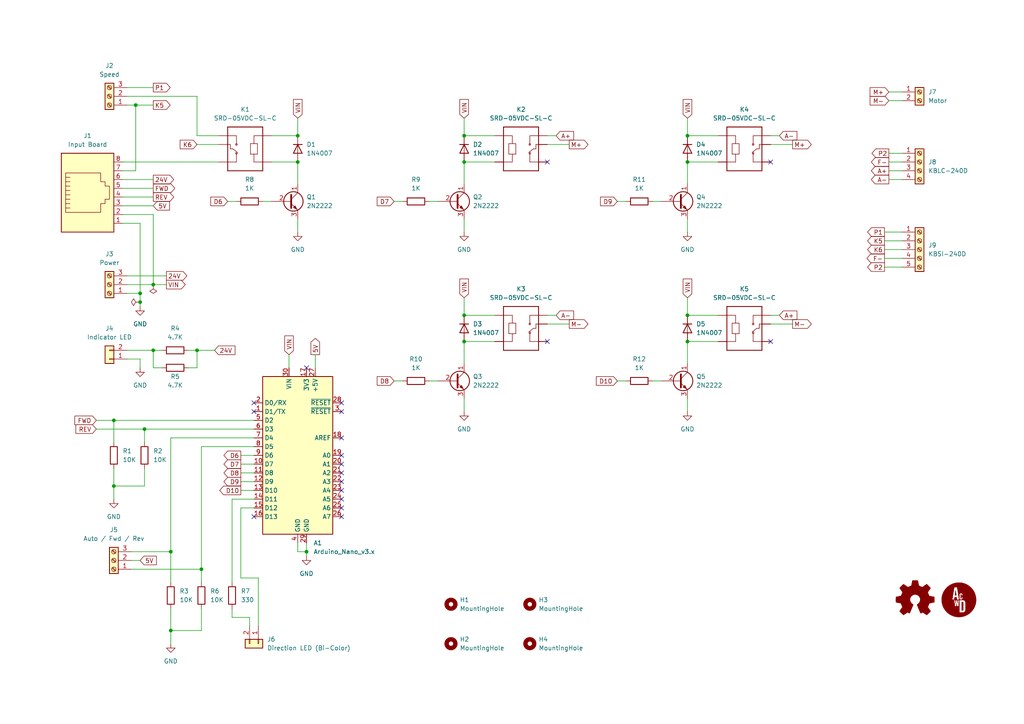
<source format=kicad_sch>
(kicad_sch (version 20211123) (generator eeschema)
  (paper "A4")
  (title_block (title "Sherline CNC Conversion - Motor Board") (date "2021-11-29") (rev "A") (company "A.C. Wright Design"))
  (lib_symbols
    (symbol "A.C. Wright Logo:LOGO" (pin_names (offset 1.016)))
    (symbol "Connector:RJ45" (pin_names (offset 1.016))
      (property "Reference" "J" (at -5.08 13.97 0))
      (property "Value" "RJ45" (at 2.54 13.97 0))
      (symbol "RJ45_1_1"
        (pin passive line (at 10.16 -7.62 180) (length 2.54) (name "~") (number "1"))
        (pin passive line (at 10.16 -5.08 180) (length 2.54) (name "~") (number "2"))
        (pin passive line (at 10.16 -2.54 180) (length 2.54) (name "~") (number "3"))
        (pin passive line (at 10.16 0 180) (length 2.54) (name "~") (number "4"))
        (pin passive line (at 10.16 2.54 180) (length 2.54) (name "~") (number "5"))
        (pin passive line (at 10.16 5.08 180) (length 2.54) (name "~") (number "6"))
        (pin passive line (at 10.16 7.62 180) (length 2.54) (name "~") (number "7"))
        (pin passive line (at 10.16 10.16 180) (length 2.54) (name "~") (number "8"))
      )
    )
    (symbol "Connector:Screw_Terminal_01x02" (pin_names (offset 1.016) hide)
      (property "Reference" "J" (at 0 2.54 0))
      (property "Value" "Screw_Terminal_01x02" (at 0 -5.08 0))
      (symbol "Screw_Terminal_01x02_1_1"
        (pin passive line (at -5.08 0 0) (length 3.81) (name "Pin_1") (number "1"))
        (pin passive line (at -5.08 -2.54 0) (length 3.81) (name "Pin_2") (number "2"))
      )
    )
    (symbol "Connector:Screw_Terminal_01x03" (pin_names (offset 1.016) hide)
      (property "Reference" "J" (at 0 5.08 0))
      (property "Value" "Screw_Terminal_01x03" (at 0 -5.08 0))
      (symbol "Screw_Terminal_01x03_1_1"
        (pin passive line (at -5.08 2.54 0) (length 3.81) (name "Pin_1") (number "1"))
        (pin passive line (at -5.08 0 0) (length 3.81) (name "Pin_2") (number "2"))
        (pin passive line (at -5.08 -2.54 0) (length 3.81) (name "Pin_3") (number "3"))
      )
    )
    (symbol "Connector:Screw_Terminal_01x04" (pin_names (offset 1.016) hide)
      (property "Reference" "J" (at 0 5.08 0))
      (property "Value" "Screw_Terminal_01x04" (at 0 -7.62 0))
      (symbol "Screw_Terminal_01x04_1_1"
        (pin passive line (at -5.08 2.54 0) (length 3.81) (name "Pin_1") (number "1"))
        (pin passive line (at -5.08 0 0) (length 3.81) (name "Pin_2") (number "2"))
        (pin passive line (at -5.08 -2.54 0) (length 3.81) (name "Pin_3") (number "3"))
        (pin passive line (at -5.08 -5.08 0) (length 3.81) (name "Pin_4") (number "4"))
      )
    )
    (symbol "Connector:Screw_Terminal_01x05" (pin_names (offset 1.016) hide)
      (property "Reference" "J" (at 0 7.62 0))
      (property "Value" "Screw_Terminal_01x05" (at 0 -7.62 0))
      (symbol "Screw_Terminal_01x05_1_1"
        (pin passive line (at -5.08 5.08 0) (length 3.81) (name "Pin_1") (number "1"))
        (pin passive line (at -5.08 2.54 0) (length 3.81) (name "Pin_2") (number "2"))
        (pin passive line (at -5.08 0 0) (length 3.81) (name "Pin_3") (number "3"))
        (pin passive line (at -5.08 -2.54 0) (length 3.81) (name "Pin_4") (number "4"))
        (pin passive line (at -5.08 -5.08 0) (length 3.81) (name "Pin_5") (number "5"))
      )
    )
    (symbol "Connector_Generic:Conn_01x02" (pin_names (offset 1.016) hide)
      (property "Reference" "J" (at 0 2.54 0))
      (property "Value" "Conn_01x02" (at 0 -5.08 0))
      (symbol "Conn_01x02_1_1"
        (pin passive line (at -5.08 0 0) (length 3.81) (name "Pin_1") (number "1"))
        (pin passive line (at -5.08 -2.54 0) (length 3.81) (name "Pin_2") (number "2"))
      )
    )
    (symbol "Device:Q_NPN_CBE" (pin_names (offset 0) hide)
      (property "Reference" "Q" (at 5.08 1.27 0))
      (property "Value" "Q_NPN_CBE" (at 5.08 -1.27 0))
      (symbol "Q_NPN_CBE_1_1"
        (pin passive line (at 2.54 5.08 270) (length 2.54) (name "C") (number "1"))
        (pin input line (at -5.08 0 0) (length 5.715) (name "B") (number "2"))
        (pin passive line (at 2.54 -5.08 90) (length 2.54) (name "E") (number "3"))
      )
    )
    (symbol "Device:R" (pin_numbers hide) (pin_names (offset 0))
      (property "Reference" "R" (at 2.032 0 90))
      (property "Value" "R" (at 0 0 90))
      (symbol "R_1_1"
        (pin passive line (at 0 3.81 270) (length 1.27) (name "~") (number "1"))
        (pin passive line (at 0 -3.81 90) (length 1.27) (name "~") (number "2"))
      )
    )
    (symbol "Diode:1N4007" (pin_numbers hide) (pin_names (offset 1.016) hide)
      (property "Reference" "D" (at 0 2.54 0))
      (property "Value" "1N4007" (at 0 -2.54 0))
      (symbol "1N4007_1_1"
        (pin passive line (at -3.81 0 0) (length 2.54) (name "K") (number "1"))
        (pin passive line (at 3.81 0 180) (length 2.54) (name "A") (number "2"))
      )
    )
    (symbol "Graphic:Logo_Open_Hardware_Small" (pin_names (offset 1.016)))
    (symbol "MCU_Module:Arduino_Nano_v3.x"
      (property "Reference" "A" (at -10.16 23.495 0))
      (property "Value" "Arduino_Nano_v3.x" (at 5.08 -24.13 0))
      (symbol "Arduino_Nano_v3.x_1_1"
        (pin bidirectional line (at -12.7 12.7 0) (length 2.54) (name "D1/TX") (number "1"))
        (pin bidirectional line (at -12.7 -2.54 0) (length 2.54) (name "D7") (number "10"))
        (pin bidirectional line (at -12.7 -5.08 0) (length 2.54) (name "D8") (number "11"))
        (pin bidirectional line (at -12.7 -7.62 0) (length 2.54) (name "D9") (number "12"))
        (pin bidirectional line (at -12.7 -10.16 0) (length 2.54) (name "D10") (number "13"))
        (pin bidirectional line (at -12.7 -12.7 0) (length 2.54) (name "D11") (number "14"))
        (pin bidirectional line (at -12.7 -15.24 0) (length 2.54) (name "D12") (number "15"))
        (pin bidirectional line (at -12.7 -17.78 0) (length 2.54) (name "D13") (number "16"))
        (pin power_out line (at 2.54 25.4 270) (length 2.54) (name "3V3") (number "17"))
        (pin input line (at 12.7 5.08 180) (length 2.54) (name "AREF") (number "18"))
        (pin bidirectional line (at 12.7 0 180) (length 2.54) (name "A0") (number "19"))
        (pin bidirectional line (at -12.7 15.24 0) (length 2.54) (name "D0/RX") (number "2"))
        (pin bidirectional line (at 12.7 -2.54 180) (length 2.54) (name "A1") (number "20"))
        (pin bidirectional line (at 12.7 -5.08 180) (length 2.54) (name "A2") (number "21"))
        (pin bidirectional line (at 12.7 -7.62 180) (length 2.54) (name "A3") (number "22"))
        (pin bidirectional line (at 12.7 -10.16 180) (length 2.54) (name "A4") (number "23"))
        (pin bidirectional line (at 12.7 -12.7 180) (length 2.54) (name "A5") (number "24"))
        (pin bidirectional line (at 12.7 -15.24 180) (length 2.54) (name "A6") (number "25"))
        (pin bidirectional line (at 12.7 -17.78 180) (length 2.54) (name "A7") (number "26"))
        (pin power_out line (at 5.08 25.4 270) (length 2.54) (name "+5V") (number "27"))
        (pin input line (at 12.7 15.24 180) (length 2.54) (name "~{RESET}") (number "28"))
        (pin power_in line (at 2.54 -25.4 90) (length 2.54) (name "GND") (number "29"))
        (pin input line (at 12.7 12.7 180) (length 2.54) (name "~{RESET}") (number "3"))
        (pin power_in line (at -2.54 25.4 270) (length 2.54) (name "VIN") (number "30"))
        (pin power_in line (at 0 -25.4 90) (length 2.54) (name "GND") (number "4"))
        (pin bidirectional line (at -12.7 10.16 0) (length 2.54) (name "D2") (number "5"))
        (pin bidirectional line (at -12.7 7.62 0) (length 2.54) (name "D3") (number "6"))
        (pin bidirectional line (at -12.7 5.08 0) (length 2.54) (name "D4") (number "7"))
        (pin bidirectional line (at -12.7 2.54 0) (length 2.54) (name "D5") (number "8"))
        (pin bidirectional line (at -12.7 0 0) (length 2.54) (name "D6") (number "9"))
      )
    )
    (symbol "Mechanical:MountingHole" (pin_names (offset 1.016))
      (property "Reference" "H" (at 0 5.08 0))
      (property "Value" "MountingHole" (at 0 3.175 0))
    )
    (symbol "SRD05VDC-SL-C:SRD-05VDC-SL-C" (pin_numbers hide) (pin_names (offset 1.016) hide)
      (property "Reference" "K" (at -5.08 5.842 0))
      (property "Value" "SRD-05VDC-SL-C" (at -5.08 -10.16 0))
      (symbol "SRD-05VDC-SL-C_0_0"
        (pin passive line (at -7.62 2.54 0) (length 2.54) (name "~") (number "A1"))
        (pin passive line (at -7.62 -5.08 0) (length 2.54) (name "~") (number "A2"))
        (pin passive line (at 7.62 0 180) (length 2.54) (name "~") (number "COM"))
        (pin passive line (at 7.62 -5.08 180) (length 2.54) (name "~") (number "NC"))
        (pin passive line (at 7.62 2.54 180) (length 2.54) (name "~") (number "NO"))
      )
    )
    (symbol "power:GND" (power) (pin_names (offset 0))
      (property "Value" "GND" (at 0 -3.81 0))
      (symbol "GND_1_1"
        (pin power_in line (at 0 0 270) (length 0) hide (name "GND") (number "1"))
      )
    )
    (symbol "power:PWR_FLAG" (power) (pin_numbers hide) (pin_names (offset 0) hide)
      (property "Value" "PWR_FLAG" (at 0 3.81 0))
      (symbol "PWR_FLAG_0_0"
        (pin power_out line (at 0 0 90) (length 0) (name "pwr") (number "1"))
      )
    )
  )
  (junction (at 40.64 85.09))
  (junction (at 33.02 140.97))
  (junction (at 199.39 99.06))
  (junction (at 134.62 39.37))
  (junction (at 39.37 30.48))
  (junction (at 49.53 160.02))
  (junction (at 41.91 124.46))
  (junction (at 199.39 91.44))
  (junction (at 44.45 82.55))
  (junction (at 134.62 46.99))
  (junction (at 199.39 46.99))
  (junction (at 199.39 39.37))
  (junction (at 134.62 99.06))
  (junction (at 40.64 87.63))
  (junction (at 44.45 101.6))
  (junction (at 57.15 101.6))
  (junction (at 49.53 182.88))
  (junction (at 134.62 91.44))
  (junction (at 88.9 160.02))
  (junction (at 86.36 46.99))
  (junction (at 33.02 121.92))
  (junction (at 58.42 165.1))
  (junction (at 86.36 39.37))
  (no_connect (at 158.75 99.06))
  (no_connect (at 158.75 46.99))
  (no_connect (at 223.52 99.06))
  (no_connect (at 223.52 46.99))
  (no_connect (at 73.66 149.86))
  (no_connect (at 99.06 147.32))
  (no_connect (at 99.06 139.7))
  (no_connect (at 99.06 144.78))
  (no_connect (at 99.06 137.16))
  (no_connect (at 99.06 142.24))
  (no_connect (at 88.9 106.68))
  (no_connect (at 73.66 116.84))
  (no_connect (at 73.66 119.38))
  (no_connect (at 99.06 116.84))
  (no_connect (at 99.06 149.86))
  (no_connect (at 99.06 119.38))
  (no_connect (at 99.06 134.62))
  (no_connect (at 99.06 127))
  (no_connect (at 99.06 132.08))
  (wire (pts (xy 67.31 179.07) (xy 72.39 179.07)))
  (wire (pts (xy 78.74 39.37) (xy 86.36 39.37)))
  (wire (pts (xy 134.62 34.29) (xy 134.62 39.37)))
  (wire (pts (xy 27.94 121.92) (xy 33.02 121.92)))
  (wire (pts (xy 69.85 139.7) (xy 73.66 139.7)))
  (wire (pts (xy 49.53 182.88) (xy 49.53 186.69)))
  (wire (pts (xy 57.15 27.94) (xy 57.15 39.37)))
  (wire (pts (xy 69.85 134.62) (xy 73.66 134.62)))
  (wire (pts (xy 49.53 127) (xy 73.66 127)))
  (wire (pts (xy 134.62 46.99) (xy 134.62 53.34)))
  (wire (pts (xy 57.15 106.68) (xy 57.15 101.6)))
  (wire (pts (xy 86.36 34.29) (xy 86.36 39.37)))
  (wire (pts (xy 134.62 63.5) (xy 134.62 67.31)))
  (wire (pts (xy 73.66 129.54) (xy 58.42 129.54)))
  (wire (pts (xy 257.81 49.53) (xy 261.62 49.53)))
  (wire (pts (xy 35.56 64.77) (xy 40.64 64.77)))
  (wire (pts (xy 189.23 110.49) (xy 191.77 110.49)))
  (wire (pts (xy 199.39 63.5) (xy 199.39 67.31)))
  (wire (pts (xy 91.44 102.87) (xy 91.44 106.68)))
  (wire (pts (xy 33.02 140.97) (xy 33.02 144.78)))
  (wire (pts (xy 86.36 46.99) (xy 86.36 53.34)))
  (wire (pts (xy 36.83 80.01) (xy 48.26 80.01)))
  (wire (pts (xy 124.46 58.42) (xy 127 58.42)))
  (wire (pts (xy 35.56 52.07) (xy 44.45 52.07)))
  (wire (pts (xy 76.2 58.42) (xy 78.74 58.42)))
  (wire (pts (xy 74.93 167.64) (xy 69.85 167.64)))
  (wire (pts (xy 69.85 142.24) (xy 73.66 142.24)))
  (wire (pts (xy 49.53 182.88) (xy 49.53 176.53)))
  (wire (pts (xy 88.9 160.02) (xy 88.9 161.29)))
  (wire (pts (xy 199.39 99.06) (xy 208.28 99.06)))
  (wire (pts (xy 256.54 74.93) (xy 261.62 74.93)))
  (wire (pts (xy 69.85 167.64) (xy 69.85 147.32)))
  (wire (pts (xy 35.56 49.53) (xy 39.37 49.53)))
  (wire (pts (xy 33.02 121.92) (xy 33.02 128.27)))
  (wire (pts (xy 57.15 41.91) (xy 63.5 41.91)))
  (wire (pts (xy 36.83 82.55) (xy 44.45 82.55)))
  (wire (pts (xy 41.91 124.46) (xy 73.66 124.46)))
  (wire (pts (xy 66.04 58.42) (xy 68.58 58.42)))
  (wire (pts (xy 69.85 147.32) (xy 73.66 147.32)))
  (wire (pts (xy 40.64 104.14) (xy 40.64 106.68)))
  (wire (pts (xy 36.83 27.94) (xy 57.15 27.94)))
  (wire (pts (xy 58.42 176.53) (xy 58.42 182.88)))
  (wire (pts (xy 124.46 110.49) (xy 127 110.49)))
  (wire (pts (xy 134.62 39.37) (xy 143.51 39.37)))
  (wire (pts (xy 86.36 63.5) (xy 86.36 67.31)))
  (wire (pts (xy 41.91 124.46) (xy 41.91 128.27)))
  (wire (pts (xy 223.52 91.44) (xy 226.06 91.44)))
  (wire (pts (xy 35.56 59.69) (xy 44.45 59.69)))
  (wire (pts (xy 58.42 165.1) (xy 58.42 168.91)))
  (wire (pts (xy 86.36 160.02) (xy 88.9 160.02)))
  (wire (pts (xy 38.1 160.02) (xy 49.53 160.02)))
  (wire (pts (xy 58.42 129.54) (xy 58.42 165.1)))
  (wire (pts (xy 44.45 82.55) (xy 44.45 62.23)))
  (wire (pts (xy 199.39 91.44) (xy 208.28 91.44)))
  (wire (pts (xy 57.15 39.37) (xy 63.5 39.37)))
  (wire (pts (xy 223.52 41.91) (xy 229.87 41.91)))
  (wire (pts (xy 257.81 26.67) (xy 261.62 26.67)))
  (wire (pts (xy 257.81 44.45) (xy 261.62 44.45)))
  (wire (pts (xy 158.75 91.44) (xy 161.29 91.44)))
  (wire (pts (xy 54.61 101.6) (xy 57.15 101.6)))
  (wire (pts (xy 86.36 157.48) (xy 86.36 160.02)))
  (wire (pts (xy 38.1 165.1) (xy 58.42 165.1)))
  (wire (pts (xy 69.85 137.16) (xy 73.66 137.16)))
  (wire (pts (xy 40.64 87.63) (xy 40.64 88.9)))
  (wire (pts (xy 257.81 52.07) (xy 261.62 52.07)))
  (wire (pts (xy 72.39 179.07) (xy 72.39 181.61)))
  (wire (pts (xy 199.39 115.57) (xy 199.39 119.38)))
  (wire (pts (xy 134.62 91.44) (xy 143.51 91.44)))
  (wire (pts (xy 199.39 99.06) (xy 199.39 105.41)))
  (wire (pts (xy 41.91 140.97) (xy 33.02 140.97)))
  (wire (pts (xy 256.54 72.39) (xy 261.62 72.39)))
  (wire (pts (xy 54.61 106.68) (xy 57.15 106.68)))
  (wire (pts (xy 158.75 93.98) (xy 165.1 93.98)))
  (wire (pts (xy 36.83 85.09) (xy 40.64 85.09)))
  (wire (pts (xy 134.62 86.36) (xy 134.62 91.44)))
  (wire (pts (xy 35.56 54.61) (xy 44.45 54.61)))
  (wire (pts (xy 134.62 99.06) (xy 143.51 99.06)))
  (wire (pts (xy 36.83 25.4) (xy 44.45 25.4)))
  (wire (pts (xy 199.39 46.99) (xy 208.28 46.99)))
  (wire (pts (xy 33.02 121.92) (xy 73.66 121.92)))
  (wire (pts (xy 67.31 176.53) (xy 67.31 179.07)))
  (wire (pts (xy 58.42 182.88) (xy 49.53 182.88)))
  (wire (pts (xy 40.64 64.77) (xy 40.64 85.09)))
  (wire (pts (xy 49.53 160.02) (xy 49.53 168.91)))
  (wire (pts (xy 199.39 86.36) (xy 199.39 91.44)))
  (wire (pts (xy 179.07 58.42) (xy 181.61 58.42)))
  (wire (pts (xy 134.62 46.99) (xy 143.51 46.99)))
  (wire (pts (xy 40.64 85.09) (xy 40.64 87.63)))
  (wire (pts (xy 223.52 39.37) (xy 226.06 39.37)))
  (wire (pts (xy 134.62 99.06) (xy 134.62 105.41)))
  (wire (pts (xy 69.85 132.08) (xy 73.66 132.08)))
  (wire (pts (xy 44.45 101.6) (xy 46.99 101.6)))
  (wire (pts (xy 83.82 102.87) (xy 83.82 106.68)))
  (wire (pts (xy 35.56 62.23) (xy 44.45 62.23)))
  (wire (pts (xy 67.31 168.91) (xy 67.31 144.78)))
  (wire (pts (xy 114.3 58.42) (xy 116.84 58.42)))
  (wire (pts (xy 41.91 135.89) (xy 41.91 140.97)))
  (wire (pts (xy 134.62 115.57) (xy 134.62 119.38)))
  (wire (pts (xy 36.83 101.6) (xy 44.45 101.6)))
  (wire (pts (xy 114.3 110.49) (xy 116.84 110.49)))
  (wire (pts (xy 88.9 160.02) (xy 88.9 157.48)))
  (wire (pts (xy 78.74 46.99) (xy 86.36 46.99)))
  (wire (pts (xy 36.83 104.14) (xy 40.64 104.14)))
  (wire (pts (xy 44.45 106.68) (xy 44.45 101.6)))
  (wire (pts (xy 49.53 160.02) (xy 49.53 127)))
  (wire (pts (xy 256.54 67.31) (xy 261.62 67.31)))
  (wire (pts (xy 33.02 140.97) (xy 33.02 135.89)))
  (wire (pts (xy 256.54 77.47) (xy 261.62 77.47)))
  (wire (pts (xy 38.1 162.56) (xy 40.64 162.56)))
  (wire (pts (xy 39.37 49.53) (xy 39.37 30.48)))
  (wire (pts (xy 158.75 41.91) (xy 165.1 41.91)))
  (wire (pts (xy 44.45 82.55) (xy 48.26 82.55)))
  (wire (pts (xy 67.31 144.78) (xy 73.66 144.78)))
  (wire (pts (xy 35.56 57.15) (xy 44.45 57.15)))
  (wire (pts (xy 199.39 34.29) (xy 199.39 39.37)))
  (wire (pts (xy 36.83 30.48) (xy 39.37 30.48)))
  (wire (pts (xy 199.39 46.99) (xy 199.39 53.34)))
  (wire (pts (xy 27.94 124.46) (xy 41.91 124.46)))
  (wire (pts (xy 257.81 29.21) (xy 261.62 29.21)))
  (wire (pts (xy 199.39 39.37) (xy 208.28 39.37)))
  (wire (pts (xy 179.07 110.49) (xy 181.61 110.49)))
  (wire (pts (xy 158.75 39.37) (xy 161.29 39.37)))
  (wire (pts (xy 223.52 93.98) (xy 229.87 93.98)))
  (wire (pts (xy 256.54 69.85) (xy 261.62 69.85)))
  (wire (pts (xy 57.15 101.6) (xy 62.23 101.6)))
  (wire (pts (xy 46.99 106.68) (xy 44.45 106.68)))
  (wire (pts (xy 257.81 46.99) (xy 261.62 46.99)))
  (wire (pts (xy 39.37 30.48) (xy 44.45 30.48)))
  (wire (pts (xy 74.93 181.61) (xy 74.93 167.64)))
  (wire (pts (xy 35.56 46.99) (xy 63.5 46.99)))
  (wire (pts (xy 189.23 58.42) (xy 191.77 58.42)))
  (global_label "VIN" (shape input) (at 83.82 102.87 90) (property "Intersheet References" "${INTERSHEET_REFS}" (effects hide)))
  (global_label "VIN" (shape input) (at 199.39 86.36 90) (property "Intersheet References" "${INTERSHEET_REFS}" (effects hide)))
  (global_label "VIN" (shape input) (at 199.39 34.29 90) (property "Intersheet References" "${INTERSHEET_REFS}" (effects hide)))
  (global_label "VIN" (shape output) (at 48.26 82.55 0) (property "Intersheet References" "${INTERSHEET_REFS}" (effects hide)))
  (global_label "REV" (shape input) (at 27.94 124.46 180) (property "Intersheet References" "${INTERSHEET_REFS}" (effects hide)))
  (global_label "M+" (shape output) (at 165.1 41.91 0) (property "Intersheet References" "${INTERSHEET_REFS}" (effects hide)))
  (global_label "FWD" (shape output) (at 44.45 54.61 0) (property "Intersheet References" "${INTERSHEET_REFS}" (effects hide)))
  (global_label "D9" (shape output) (at 69.85 139.7 180) (property "Intersheet References" "${INTERSHEET_REFS}" (effects hide)))
  (global_label "5V" (shape input) (at 44.45 59.69 0) (property "Intersheet References" "${INTERSHEET_REFS}" (effects hide)))
  (global_label "D8" (shape input) (at 114.3 110.49 180) (property "Intersheet References" "${INTERSHEET_REFS}" (effects hide)))
  (global_label "A-" (shape input) (at 226.06 39.37 0) (property "Intersheet References" "${INTERSHEET_REFS}" (effects hide)))
  (global_label "F-" (shape output) (at 257.81 46.99 180) (property "Intersheet References" "${INTERSHEET_REFS}" (effects hide)))
  (global_label "VIN" (shape input) (at 134.62 34.29 90) (property "Intersheet References" "${INTERSHEET_REFS}" (effects hide)))
  (global_label "D10" (shape output) (at 69.85 142.24 180) (property "Intersheet References" "${INTERSHEET_REFS}" (effects hide)))
  (global_label "M+" (shape output) (at 229.87 41.91 0) (property "Intersheet References" "${INTERSHEET_REFS}" (effects hide)))
  (global_label "24V" (shape output) (at 44.45 52.07 0) (property "Intersheet References" "${INTERSHEET_REFS}" (effects hide)))
  (global_label "VIN" (shape input) (at 134.62 86.36 90) (property "Intersheet References" "${INTERSHEET_REFS}" (effects hide)))
  (global_label "F-" (shape output) (at 256.54 74.93 180) (property "Intersheet References" "${INTERSHEET_REFS}" (effects hide)))
  (global_label "A+" (shape input) (at 161.29 39.37 0) (property "Intersheet References" "${INTERSHEET_REFS}" (effects hide)))
  (global_label "D6" (shape input) (at 66.04 58.42 180) (property "Intersheet References" "${INTERSHEET_REFS}" (effects hide)))
  (global_label "REV" (shape output) (at 44.45 57.15 0) (property "Intersheet References" "${INTERSHEET_REFS}" (effects hide)))
  (global_label "D6" (shape output) (at 69.85 132.08 180) (property "Intersheet References" "${INTERSHEET_REFS}" (effects hide)))
  (global_label "D10" (shape input) (at 179.07 110.49 180) (property "Intersheet References" "${INTERSHEET_REFS}" (effects hide)))
  (global_label "D7" (shape input) (at 114.3 58.42 180) (property "Intersheet References" "${INTERSHEET_REFS}" (effects hide)))
  (global_label "FWD" (shape input) (at 27.94 121.92 180) (property "Intersheet References" "${INTERSHEET_REFS}" (effects hide)))
  (global_label "A-" (shape output) (at 257.81 52.07 180) (property "Intersheet References" "${INTERSHEET_REFS}" (effects hide)))
  (global_label "K6" (shape output) (at 256.54 72.39 180) (property "Intersheet References" "${INTERSHEET_REFS}" (effects hide)))
  (global_label "K5" (shape output) (at 44.45 30.48 0) (property "Intersheet References" "${INTERSHEET_REFS}" (effects hide)))
  (global_label "D7" (shape output) (at 69.85 134.62 180) (property "Intersheet References" "${INTERSHEET_REFS}" (effects hide)))
  (global_label "M+" (shape input) (at 257.81 26.67 180) (property "Intersheet References" "${INTERSHEET_REFS}" (effects hide)))
  (global_label "P2" (shape output) (at 256.54 77.47 180) (property "Intersheet References" "${INTERSHEET_REFS}" (effects hide)))
  (global_label "A+" (shape input) (at 226.06 91.44 0) (property "Intersheet References" "${INTERSHEET_REFS}" (effects hide)))
  (global_label "A-" (shape input) (at 161.29 91.44 0) (property "Intersheet References" "${INTERSHEET_REFS}" (effects hide)))
  (global_label "P2" (shape output) (at 257.81 44.45 180) (property "Intersheet References" "${INTERSHEET_REFS}" (effects hide)))
  (global_label "M-" (shape output) (at 229.87 93.98 0) (property "Intersheet References" "${INTERSHEET_REFS}" (effects hide)))
  (global_label "A+" (shape output) (at 257.81 49.53 180) (property "Intersheet References" "${INTERSHEET_REFS}" (effects hide)))
  (global_label "VIN" (shape input) (at 86.36 34.29 90) (property "Intersheet References" "${INTERSHEET_REFS}" (effects hide)))
  (global_label "P1" (shape output) (at 256.54 67.31 180) (property "Intersheet References" "${INTERSHEET_REFS}" (effects hide)))
  (global_label "D9" (shape input) (at 179.07 58.42 180) (property "Intersheet References" "${INTERSHEET_REFS}" (effects hide)))
  (global_label "5V" (shape input) (at 40.64 162.56 0) (property "Intersheet References" "${INTERSHEET_REFS}" (effects hide)))
  (global_label "P1" (shape output) (at 44.45 25.4 0) (property "Intersheet References" "${INTERSHEET_REFS}" (effects hide)))
  (global_label "5V" (shape output) (at 91.44 102.87 90) (property "Intersheet References" "${INTERSHEET_REFS}" (effects hide)))
  (global_label "M-" (shape input) (at 257.81 29.21 180) (property "Intersheet References" "${INTERSHEET_REFS}" (effects hide)))
  (global_label "24V" (shape output) (at 48.26 80.01 0) (property "Intersheet References" "${INTERSHEET_REFS}" (effects hide)))
  (global_label "K6" (shape input) (at 57.15 41.91 180) (property "Intersheet References" "${INTERSHEET_REFS}" (effects hide)))
  (global_label "D8" (shape output) (at 69.85 137.16 180) (property "Intersheet References" "${INTERSHEET_REFS}" (effects hide)))
  (global_label "24V" (shape input) (at 62.23 101.6 0) (property "Intersheet References" "${INTERSHEET_REFS}" (effects hide)))
  (global_label "K5" (shape output) (at 256.54 69.85 180) (property "Intersheet References" "${INTERSHEET_REFS}" (effects hide)))
  (global_label "M-" (shape output) (at 165.1 93.98 0) (property "Intersheet References" "${INTERSHEET_REFS}" (effects hide)))
  (symbol (lib_id "Diode:1N4007") (at 134.62 43.18 270) (unit 1)
    (property "Reference" "D2" (at 137.16 41.9099 90) (effects (justify left)))
    (property "Value" "1N4007" (at 137.16 44.4499 90) (effects (justify left)))
    (property "Footprint" "Diode_THT:D_DO-41_SOD81_P10.16mm_Horizontal" (effects hide))
    (property "Datasheet" "http://www.vishay.com/docs/88503/1n4001.pdf" (effects hide))
  )
  (symbol (lib_id "power:GND") (at 40.64 106.68 0) (unit 1)
    (property "Reference" "#PWR03" (effects hide))
    (property "Value" "GND" (at 40.64 111.76 0))
  )
  (symbol (lib_id "Device:R") (at 67.31 172.72 0) (unit 1)
    (property "Reference" "R7" (at 69.85 171.4499 0) (effects (justify left)))
    (property "Value" "330" (at 69.85 173.9899 0) (effects (justify left)))
    (property "Footprint" "Resistor_THT:R_Axial_DIN0309_L9.0mm_D3.2mm_P12.70mm_Horizontal" (effects hide))
  )
  (symbol (lib_id "power:PWR_FLAG") (at 40.64 87.63 90) (unit 1)
    (property "Reference" "#FLG01" (effects hide))
    (property "Value" "PWR_FLAG" (effects hide))
  )
  (symbol (lib_id "Mechanical:MountingHole") (at 130.81 175.26 0) (unit 1)
    (property "Reference" "H1" (at 133.35 173.9899 0) (effects (justify left)))
    (property "Value" "MountingHole" (at 133.35 176.5299 0) (effects (justify left)))
    (property "Footprint" "MountingHole:MountingHole_3.2mm_M3" (effects hide))
  )
  (symbol (lib_id "Device:R") (at 41.91 132.08 0) (unit 1)
    (property "Reference" "R2" (at 44.45 130.8099 0) (effects (justify left)))
    (property "Value" "10K" (at 44.45 133.3499 0) (effects (justify left)))
    (property "Footprint" "Resistor_THT:R_Axial_DIN0309_L9.0mm_D3.2mm_P12.70mm_Horizontal" (effects hide))
  )
  (symbol (lib_id "Mechanical:MountingHole") (at 130.81 186.69 0) (unit 1)
    (property "Reference" "H2" (at 133.35 185.4199 0) (effects (justify left)))
    (property "Value" "MountingHole" (at 133.35 187.9599 0) (effects (justify left)))
    (property "Footprint" "MountingHole:MountingHole_3.2mm_M3" (effects hide))
  )
  (symbol (lib_id "SRD05VDC-SL-C:SRD-05VDC-SL-C") (at 151.13 41.91 0) (unit 1)
    (property "Reference" "K2" (at 151.13 31.75 0))
    (property "Value" "SRD-05VDC-SL-C" (at 151.13 34.29 0))
    (property "Footprint" "SRD-05VDC-SL-C:SRD-05VDC-SL-C" (effects hide))
    (property "STANDARD" "IPC-7251" (effects hide))
    (property "MANUFACTURER" "SONGLE RELAY" (effects hide))
  )
  (symbol (lib_id "Connector:Screw_Terminal_01x04") (at 266.7 46.99 0) (unit 1)
    (property "Reference" "J8" (at 269.24 46.9899 0) (effects (justify left)))
    (property "Value" "KBLC-240D" (at 269.24 49.5299 0) (effects (justify left)))
    (property "Footprint" "TerminalBlock_Phoenix:TerminalBlock_Phoenix_PT-1,5-4-5.0-H_1x04_P5.00mm_Horizontal" (effects hide))
  )
  (symbol (lib_id "Connector_Generic:Conn_01x02") (at 31.75 104.14 180) (unit 1)
    (property "Reference" "J4" (at 31.75 95.25 0))
    (property "Value" "Indicator LED" (at 31.75 97.79 0))
    (property "Footprint" "Connector_PinHeader_2.54mm:PinHeader_1x02_P2.54mm_Vertical" (effects hide))
  )
  (symbol (lib_id "power:GND") (at 134.62 67.31 0) (unit 1)
    (property "Reference" "#PWR07" (effects hide))
    (property "Value" "GND" (at 134.62 72.39 0))
  )
  (symbol (lib_id "Device:Q_NPN_CBE") (at 132.08 110.49 0) (unit 1)
    (property "Reference" "Q3" (at 137.16 109.2199 0) (effects (justify left)))
    (property "Value" "2N2222" (at 137.16 111.7599 0) (effects (justify left)))
    (property "Footprint" "Package_TO_SOT_THT:TO-92L_HandSolder" (effects hide))
  )
  (symbol (lib_id "Diode:1N4007") (at 199.39 95.25 270) (unit 1)
    (property "Reference" "D5" (at 201.93 93.9799 90) (effects (justify left)))
    (property "Value" "1N4007" (at 201.93 96.5199 90) (effects (justify left)))
    (property "Footprint" "Diode_THT:D_DO-41_SOD81_P10.16mm_Horizontal" (effects hide))
    (property "Datasheet" "http://www.vishay.com/docs/88503/1n4001.pdf" (effects hide))
  )
  (symbol (lib_id "Device:R") (at 50.8 101.6 90) (unit 1)
    (property "Reference" "R4" (at 50.8 95.25 90))
    (property "Value" "4.7K" (at 50.8 97.79 90))
    (property "Footprint" "Resistor_THT:R_Axial_DIN0309_L9.0mm_D3.2mm_P12.70mm_Horizontal" (effects hide))
  )
  (symbol (lib_id "power:GND") (at 49.53 186.69 0) (unit 1)
    (property "Reference" "#PWR04" (effects hide))
    (property "Value" "GND" (at 49.53 191.77 0))
  )
  (symbol (lib_id "Device:R") (at 58.42 172.72 0) (unit 1)
    (property "Reference" "R6" (at 60.96 171.4499 0) (effects (justify left)))
    (property "Value" "10K" (at 60.96 173.9899 0) (effects (justify left)))
    (property "Footprint" "Resistor_THT:R_Axial_DIN0309_L9.0mm_D3.2mm_P12.70mm_Horizontal" (effects hide))
  )
  (symbol (lib_id "power:PWR_FLAG") (at 44.45 82.55 180) (unit 1)
    (property "Reference" "#FLG02" (effects hide))
    (property "Value" "PWR_FLAG" (effects hide))
  )
  (symbol (lib_id "Diode:1N4007") (at 86.36 43.18 270) (unit 1)
    (property "Reference" "D1" (at 88.9 41.9099 90) (effects (justify left)))
    (property "Value" "1N4007" (at 88.9 44.4499 90) (effects (justify left)))
    (property "Footprint" "Diode_THT:D_DO-41_SOD81_P10.16mm_Horizontal" (effects hide))
    (property "Datasheet" "http://www.vishay.com/docs/88503/1n4001.pdf" (effects hide))
  )
  (symbol (lib_id "power:GND") (at 40.64 88.9 0) (unit 1)
    (property "Reference" "#PWR02" (effects hide))
    (property "Value" "GND" (at 40.64 93.98 0))
  )
  (symbol (lib_id "A.C. Wright Logo:LOGO") (at 278.13 173.99 0) (unit 1)
    (property "Reference" "#G1" (effects hide))
    (property "Value" "LOGO" (effects hide))
    (property "Footprint" "A.C. Wright Logo:A.C. Wright Logo 10mm" (effects hide))
  )
  (symbol (lib_id "power:GND") (at 199.39 67.31 0) (unit 1)
    (property "Reference" "#PWR09" (effects hide))
    (property "Value" "GND" (at 199.39 72.39 0))
  )
  (symbol (lib_id "Connector:Screw_Terminal_01x03") (at 33.02 162.56 180) (unit 1)
    (property "Reference" "J5" (at 33.02 153.67 0))
    (property "Value" "Auto / Fwd / Rev" (at 33.02 156.21 0))
    (property "Footprint" "TerminalBlock_Phoenix:TerminalBlock_Phoenix_PT-1,5-3-5.0-H_1x03_P5.00mm_Horizontal" (effects hide))
  )
  (symbol (lib_id "Device:R") (at 120.65 58.42 90) (unit 1)
    (property "Reference" "R9" (at 120.65 52.07 90))
    (property "Value" "1K" (at 120.65 54.61 90))
    (property "Footprint" "Resistor_THT:R_Axial_DIN0309_L9.0mm_D3.2mm_P12.70mm_Horizontal" (effects hide))
  )
  (symbol (lib_id "power:GND") (at 134.62 119.38 0) (unit 1)
    (property "Reference" "#PWR08" (effects hide))
    (property "Value" "GND" (at 134.62 124.46 0))
  )
  (symbol (lib_id "Device:R") (at 50.8 106.68 90) (unit 1)
    (property "Reference" "R5" (at 50.8 109.22 90))
    (property "Value" "4.7K" (at 50.8 111.76 90))
    (property "Footprint" "Resistor_THT:R_Axial_DIN0309_L9.0mm_D3.2mm_P12.70mm_Horizontal" (effects hide))
  )
  (symbol (lib_id "SRD05VDC-SL-C:SRD-05VDC-SL-C") (at 151.13 93.98 0) (unit 1)
    (property "Reference" "K3" (at 151.13 83.82 0))
    (property "Value" "SRD-05VDC-SL-C" (at 151.13 86.36 0))
    (property "Footprint" "SRD-05VDC-SL-C:SRD-05VDC-SL-C" (effects hide))
    (property "STANDARD" "IPC-7251" (effects hide))
    (property "MANUFACTURER" "SONGLE RELAY" (effects hide))
  )
  (symbol (lib_id "Mechanical:MountingHole") (at 153.67 175.26 0) (unit 1)
    (property "Reference" "H3" (at 156.21 173.9899 0) (effects (justify left)))
    (property "Value" "MountingHole" (at 156.21 176.5299 0) (effects (justify left)))
    (property "Footprint" "MountingHole:MountingHole_3.2mm_M3" (effects hide))
  )
  (symbol (lib_id "Connector:Screw_Terminal_01x05") (at 266.7 72.39 0) (unit 1)
    (property "Reference" "J9" (at 269.24 71.1199 0) (effects (justify left)))
    (property "Value" "KBSI-240D" (at 269.24 73.6599 0) (effects (justify left)))
    (property "Footprint" "TerminalBlock_Phoenix:TerminalBlock_Phoenix_PT-1,5-5-5.0-H_1x05_P5.00mm_Horizontal" (effects hide))
  )
  (symbol (lib_id "Device:R") (at 49.53 172.72 0) (unit 1)
    (property "Reference" "R3" (at 52.07 171.4499 0) (effects (justify left)))
    (property "Value" "10K" (at 52.07 173.9899 0) (effects (justify left)))
    (property "Footprint" "Resistor_THT:R_Axial_DIN0309_L9.0mm_D3.2mm_P12.70mm_Horizontal" (effects hide))
  )
  (symbol (lib_id "Device:Q_NPN_CBE") (at 132.08 58.42 0) (unit 1)
    (property "Reference" "Q2" (at 137.16 57.1499 0) (effects (justify left)))
    (property "Value" "2N2222" (at 137.16 59.6899 0) (effects (justify left)))
    (property "Footprint" "Package_TO_SOT_THT:TO-92L_HandSolder" (effects hide))
  )
  (symbol (lib_id "Connector:RJ45") (at 25.4 57.15 0) (unit 1)
    (property "Reference" "J1" (at 25.4 39.37 0))
    (property "Value" "Input Board" (at 25.4 41.91 0))
    (property "Footprint" "Connector_RJ:RJ45_Amphenol_54602-x08_Horizontal" (effects hide))
  )
  (symbol (lib_id "power:GND") (at 88.9 161.29 0) (unit 1)
    (property "Reference" "#PWR06" (effects hide))
    (property "Value" "GND" (at 88.9 166.37 0))
  )
  (symbol (lib_id "Device:R") (at 33.02 132.08 0) (unit 1)
    (property "Reference" "R1" (at 35.56 130.8099 0) (effects (justify left)))
    (property "Value" "10K" (at 35.56 133.3499 0) (effects (justify left)))
    (property "Footprint" "Resistor_THT:R_Axial_DIN0309_L9.0mm_D3.2mm_P12.70mm_Horizontal" (effects hide))
  )
  (symbol (lib_id "power:GND") (at 86.36 67.31 0) (unit 1)
    (property "Reference" "#PWR05" (effects hide))
    (property "Value" "GND" (at 86.36 72.39 0))
  )
  (symbol (lib_id "Diode:1N4007") (at 134.62 95.25 270) (unit 1)
    (property "Reference" "D3" (at 137.16 93.9799 90) (effects (justify left)))
    (property "Value" "1N4007" (at 137.16 96.5199 90) (effects (justify left)))
    (property "Footprint" "Diode_THT:D_DO-41_SOD81_P10.16mm_Horizontal" (effects hide))
    (property "Datasheet" "http://www.vishay.com/docs/88503/1n4001.pdf" (effects hide))
  )
  (symbol (lib_id "SRD05VDC-SL-C:SRD-05VDC-SL-C") (at 215.9 41.91 0) (unit 1)
    (property "Reference" "K4" (at 215.9 31.75 0))
    (property "Value" "SRD-05VDC-SL-C" (at 215.9 34.29 0))
    (property "Footprint" "SRD-05VDC-SL-C:SRD-05VDC-SL-C" (effects hide))
    (property "STANDARD" "IPC-7251" (effects hide))
    (property "MANUFACTURER" "SONGLE RELAY" (effects hide))
  )
  (symbol (lib_id "Device:Q_NPN_CBE") (at 196.85 110.49 0) (unit 1)
    (property "Reference" "Q5" (at 201.93 109.2199 0) (effects (justify left)))
    (property "Value" "2N2222" (at 201.93 111.7599 0) (effects (justify left)))
    (property "Footprint" "Package_TO_SOT_THT:TO-92L_HandSolder" (effects hide))
  )
  (symbol (lib_id "Graphic:Logo_Open_Hardware_Small") (at 265.43 173.99 0) (unit 1)
    (property "Reference" "#LOGO1" (effects hide))
    (property "Value" "Logo_Open_Hardware_Small" (effects hide))
    (property "Footprint" "Symbol:OSHW-Logo2_9.8x8mm_SilkScreen" (effects hide))
  )
  (symbol (lib_id "SRD05VDC-SL-C:SRD-05VDC-SL-C") (at 71.12 41.91 0) (mirror y) (unit 1)
    (property "Reference" "K1" (at 71.12 31.75 0))
    (property "Value" "SRD-05VDC-SL-C" (at 71.12 34.29 0))
    (property "Footprint" "SRD-05VDC-SL-C:SRD-05VDC-SL-C" (effects hide))
    (property "STANDARD" "IPC-7251" (effects hide))
    (property "MANUFACTURER" "SONGLE RELAY" (effects hide))
  )
  (symbol (lib_id "Connector_Generic:Conn_01x02") (at 74.93 186.69 270) (unit 1)
    (property "Reference" "J6" (at 77.47 185.4199 90) (effects (justify left)))
    (property "Value" "Direction LED (Bi-Color)" (at 77.47 187.9599 90) (effects (justify left)))
    (property "Footprint" "Connector_PinHeader_2.54mm:PinHeader_1x02_P2.54mm_Vertical" (effects hide))
  )
  (symbol (lib_id "Connector:Screw_Terminal_01x02") (at 266.7 26.67 0) (unit 1)
    (property "Reference" "J7" (at 269.24 26.6699 0) (effects (justify left)))
    (property "Value" "Motor" (at 269.24 29.2099 0) (effects (justify left)))
    (property "Footprint" "TerminalBlock_Phoenix:TerminalBlock_Phoenix_PT-1,5-2-5.0-H_1x02_P5.00mm_Horizontal" (effects hide))
  )
  (symbol (lib_id "SRD05VDC-SL-C:SRD-05VDC-SL-C") (at 215.9 93.98 0) (unit 1)
    (property "Reference" "K5" (at 215.9 83.82 0))
    (property "Value" "SRD-05VDC-SL-C" (at 215.9 86.36 0))
    (property "Footprint" "SRD-05VDC-SL-C:SRD-05VDC-SL-C" (effects hide))
    (property "STANDARD" "IPC-7251" (effects hide))
    (property "MANUFACTURER" "SONGLE RELAY" (effects hide))
  )
  (symbol (lib_id "Connector:Screw_Terminal_01x03") (at 31.75 27.94 180) (unit 1)
    (property "Reference" "J2" (at 31.75 19.05 0))
    (property "Value" "Speed" (at 31.75 21.59 0))
    (property "Footprint" "TerminalBlock_Phoenix:TerminalBlock_Phoenix_PT-1,5-3-5.0-H_1x03_P5.00mm_Horizontal" (effects hide))
  )
  (symbol (lib_id "Diode:1N4007") (at 199.39 43.18 270) (unit 1)
    (property "Reference" "D4" (at 201.93 41.9099 90) (effects (justify left)))
    (property "Value" "1N4007" (at 201.93 44.4499 90) (effects (justify left)))
    (property "Footprint" "Diode_THT:D_DO-41_SOD81_P10.16mm_Horizontal" (effects hide))
    (property "Datasheet" "http://www.vishay.com/docs/88503/1n4001.pdf" (effects hide))
  )
  (symbol (lib_id "power:GND") (at 199.39 119.38 0) (unit 1)
    (property "Reference" "#PWR010" (effects hide))
    (property "Value" "GND" (at 199.39 124.46 0))
  )
  (symbol (lib_id "Connector:Screw_Terminal_01x03") (at 31.75 82.55 180) (unit 1)
    (property "Reference" "J3" (at 31.75 73.66 0))
    (property "Value" "Power" (at 31.75 76.2 0))
    (property "Footprint" "TerminalBlock_Phoenix:TerminalBlock_Phoenix_PT-1,5-3-5.0-H_1x03_P5.00mm_Horizontal" (effects hide))
  )
  (symbol (lib_id "Device:R") (at 120.65 110.49 90) (unit 1)
    (property "Reference" "R10" (at 120.65 104.14 90))
    (property "Value" "1K" (at 120.65 106.68 90))
    (property "Footprint" "Resistor_THT:R_Axial_DIN0309_L9.0mm_D3.2mm_P12.70mm_Horizontal" (effects hide))
  )
  (symbol (lib_id "Device:R") (at 72.39 58.42 90) (unit 1)
    (property "Reference" "R8" (at 72.39 52.07 90))
    (property "Value" "1K" (at 72.39 54.61 90))
    (property "Footprint" "Resistor_THT:R_Axial_DIN0309_L9.0mm_D3.2mm_P12.70mm_Horizontal" (effects hide))
  )
  (symbol (lib_id "Device:R") (at 185.42 58.42 90) (unit 1)
    (property "Reference" "R11" (at 185.42 52.07 90))
    (property "Value" "1K" (at 185.42 54.61 90))
    (property "Footprint" "Resistor_THT:R_Axial_DIN0309_L9.0mm_D3.2mm_P12.70mm_Horizontal" (effects hide))
  )
  (symbol (lib_id "power:GND") (at 33.02 144.78 0) (unit 1)
    (property "Reference" "#PWR01" (effects hide))
    (property "Value" "GND" (at 33.02 149.86 0))
  )
  (symbol (lib_id "Device:Q_NPN_CBE") (at 196.85 58.42 0) (unit 1)
    (property "Reference" "Q4" (at 201.93 57.1499 0) (effects (justify left)))
    (property "Value" "2N2222" (at 201.93 59.6899 0) (effects (justify left)))
    (property "Footprint" "Package_TO_SOT_THT:TO-92L_HandSolder" (effects hide))
  )
  (symbol (lib_id "MCU_Module:Arduino_Nano_v3.x") (at 86.36 132.08 0) (unit 1)
    (property "Reference" "A1" (at 90.9194 157.48 0) (effects (justify left)))
    (property "Value" "Arduino_Nano_v3.x" (at 90.9194 160.02 0) (effects (justify left)))
    (property "Footprint" "Module:Arduino_Nano" (effects hide))
    (property "Datasheet" "http://www.mouser.com/pdfdocs/Gravitech_Arduino_Nano3_0.pdf" (effects hide))
  )
  (symbol (lib_id "Device:R") (at 185.42 110.49 90) (unit 1)
    (property "Reference" "R12" (at 185.42 104.14 90))
    (property "Value" "1K" (at 185.42 106.68 90))
    (property "Footprint" "Resistor_THT:R_Axial_DIN0309_L9.0mm_D3.2mm_P12.70mm_Horizontal" (effects hide))
  )
  (symbol (lib_id "Mechanical:MountingHole") (at 153.67 186.69 0) (unit 1)
    (property "Reference" "H4" (at 156.21 185.4199 0) (effects (justify left)))
    (property "Value" "MountingHole" (at 156.21 187.9599 0) (effects (justify left)))
    (property "Footprint" "MountingHole:MountingHole_3.2mm_M3" (effects hide))
  )
  (symbol (lib_id "Device:Q_NPN_CBE") (at 83.82 58.42 0) (unit 1)
    (property "Reference" "Q1" (at 88.9 57.1499 0) (effects (justify left)))
    (property "Value" "2N2222" (at 88.9 59.6899 0) (effects (justify left)))
    (property "Footprint" "Package_TO_SOT_THT:TO-92L_HandSolder" (effects hide))
  )
)
</source>
